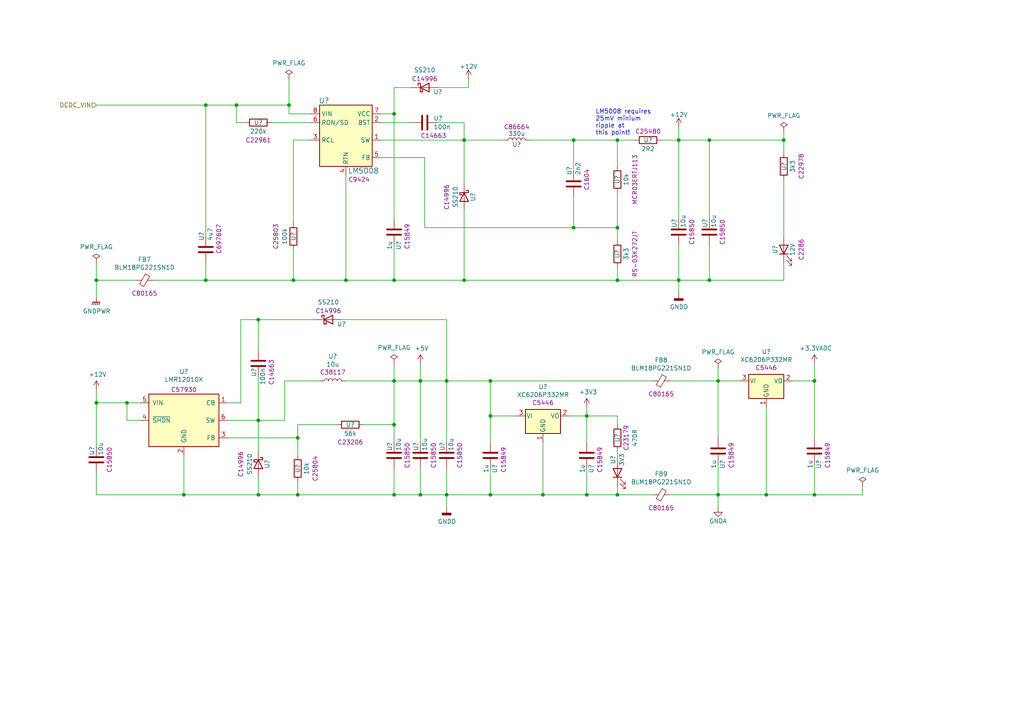
<source format=kicad_sch>
(kicad_sch (version 20211123) (generator eeschema)
  (paper "A4")
  (title_block (title "UNIMOC Hardware 4850") (date "2021-03-28") (rev "2") (company "Thunderdrive GmbH"))
  (lib_symbols
    (symbol "Device:C" (pin_numbers hide) (pin_names (offset 0.254))
      (property "Reference" "C" (at 0.635 2.54 0))
      (property "Value" "C" (at 0.635 -2.54 0))
      (symbol "C_0_1"
        (polyline (pts (xy -2.032 -0.762) (xy 2.032 -0.762)) (stroke (width 0.508)))
        (polyline (pts (xy -2.032 0.762) (xy 2.032 0.762)) (stroke (width 0.508)))
      )
      (symbol "C_1_1"
        (pin passive line (at 0 3.81 270) (length 2.794) (name "~") (number "1"))
        (pin passive line (at 0 -3.81 90) (length 2.794) (name "~") (number "2"))
      )
    )
    (symbol "Device:D_Schottky" (pin_numbers hide) (pin_names (offset 1.016) hide)
      (property "Reference" "D" (at 0 2.54 0))
      (property "Value" "D_Schottky" (at 0 -2.54 0))
      (symbol "D_Schottky_0_1"
        (polyline (pts (xy 1.27 0) (xy -1.27 0)))
        (polyline (pts (xy 1.27 1.27) (xy 1.27 -1.27) (xy -1.27 0) (xy 1.27 1.27)) (stroke (width 0.254)))
        (polyline (pts (xy -1.905 0.635) (xy -1.905 1.27) (xy -1.27 1.27) (xy -1.27 -1.27) (xy -0.635 -1.27) (xy -0.635 -0.635)) (stroke (width 0.254)))
      )
      (symbol "D_Schottky_1_1"
        (pin passive line (at -3.81 0 0) (length 2.54) (name "K") (number "1"))
        (pin passive line (at 3.81 0 180) (length 2.54) (name "A") (number "2"))
      )
    )
    (symbol "Device:FerriteBead_Small" (pin_numbers hide) (pin_names (offset 0))
      (property "Reference" "FB" (at 1.905 1.27 0))
      (property "Value" "FerriteBead_Small" (at 1.905 -1.27 0))
      (symbol "FerriteBead_Small_0_1"
        (polyline (pts (xy 0 -1.27) (xy 0 -0.7874)))
        (polyline (pts (xy 0 0.889) (xy 0 1.2954)))
        (polyline (pts (xy -1.8288 0.2794) (xy -1.1176 1.4986) (xy 1.8288 -0.2032) (xy 1.1176 -1.4224) (xy -1.8288 0.2794)))
      )
      (symbol "FerriteBead_Small_1_1"
        (pin passive line (at 0 2.54 270) (length 1.27) (name "~") (number "1"))
        (pin passive line (at 0 -2.54 90) (length 1.27) (name "~") (number "2"))
      )
    )
    (symbol "Device:L" (pin_numbers hide) (pin_names (offset 1.016) hide)
      (property "Reference" "L" (at -1.27 0 90))
      (property "Value" "L" (at 1.905 0 90))
      (symbol "L_0_1"
        (arc (start 0 -2.54) (mid 0.635 -1.905) (end 0 -1.27))
        (arc (start 0 -1.27) (mid 0.635 -0.635) (end 0 0))
        (arc (start 0 0) (mid 0.635 0.635) (end 0 1.27))
        (arc (start 0 1.27) (mid 0.635 1.905) (end 0 2.54))
      )
      (symbol "L_1_1"
        (pin passive line (at 0 3.81 270) (length 1.27) (name "1") (number "1"))
        (pin passive line (at 0 -3.81 90) (length 1.27) (name "2") (number "2"))
      )
    )
    (symbol "Device:LED" (pin_numbers hide) (pin_names (offset 1.016) hide)
      (property "Reference" "D" (at 0 2.54 0))
      (property "Value" "LED" (at 0 -2.54 0))
      (symbol "LED_0_1"
        (polyline (pts (xy -1.27 -1.27) (xy -1.27 1.27)) (stroke (width 0.254)))
        (polyline (pts (xy -1.27 0) (xy 1.27 0)))
        (polyline (pts (xy 1.27 -1.27) (xy 1.27 1.27) (xy -1.27 0) (xy 1.27 -1.27)) (stroke (width 0.254)))
        (polyline (pts (xy -3.048 -0.762) (xy -4.572 -2.286) (xy -3.81 -2.286) (xy -4.572 -2.286) (xy -4.572 -1.524)))
        (polyline (pts (xy -1.778 -0.762) (xy -3.302 -2.286) (xy -2.54 -2.286) (xy -3.302 -2.286) (xy -3.302 -1.524)))
      )
      (symbol "LED_1_1"
        (pin passive line (at -3.81 0 0) (length 2.54) (name "K") (number "1"))
        (pin passive line (at 3.81 0 180) (length 2.54) (name "A") (number "2"))
      )
    )
    (symbol "Device:R" (pin_numbers hide) (pin_names (offset 0))
      (property "Reference" "R" (at 2.032 0 90))
      (property "Value" "R" (at 0 0 90))
      (symbol "R_0_1"
        (rectangle (start -1.016 -2.54) (end 1.016 2.54) (stroke (width 0.254)))
      )
      (symbol "R_1_1"
        (pin passive line (at 0 3.81 270) (length 1.27) (name "~") (number "1"))
        (pin passive line (at 0 -3.81 90) (length 1.27) (name "~") (number "2"))
      )
    )
    (symbol "Regulator_Linear:MCP1700-3302E_SOT23" (pin_names (offset 0.254))
      (property "Reference" "U" (at -3.81 3.175 0))
      (property "Value" "MCP1700-3302E_SOT23" (at 0 3.175 0))
      (symbol "MCP1700-3302E_SOT23_0_1"
        (rectangle (start -5.08 1.905) (end 5.08 -5.08) (stroke (width 0.254)) (fill (type background)))
      )
      (symbol "MCP1700-3302E_SOT23_1_1"
        (pin power_in line (at 0 -7.62 90) (length 2.54) (name "GND") (number "1"))
        (pin power_out line (at 7.62 0 180) (length 2.54) (name "VO") (number "2"))
        (pin power_in line (at -7.62 0 0) (length 2.54) (name "VI") (number "3"))
      )
    )
    (symbol "Regulator_Switching:LM5008MM"
      (property "Reference" "U" (at -7.62 8.89 0))
      (property "Value" "LM5008MM" (at 0 8.89 0))
      (symbol "LM5008MM_0_1"
        (rectangle (start -7.62 7.62) (end 7.62 -10.16) (stroke (width 0.254)) (fill (type background)))
      )
      (symbol "LM5008MM_1_1"
        (pin output line (at 10.16 -2.54 180) (length 2.54) (name "SW") (number "1"))
        (pin input line (at 10.16 2.54 180) (length 2.54) (name "BST") (number "2"))
        (pin input line (at -10.16 -2.54 0) (length 2.54) (name "RCL") (number "3"))
        (pin power_in line (at 0 -12.7 90) (length 2.54) (name "RTN") (number "4"))
        (pin input line (at 10.16 -7.62 180) (length 2.54) (name "FB") (number "5"))
        (pin input line (at -10.16 2.54 0) (length 2.54) (name "RON/SD") (number "6"))
        (pin output line (at 10.16 5.08 180) (length 2.54) (name "VCC") (number "7"))
        (pin power_in line (at -10.16 5.08 0) (length 2.54) (name "VIN") (number "8"))
      )
    )
    (symbol "Regulator_Switching:LMR14206" (pin_names (offset 1.016))
      (property "Reference" "U" (at -10.16 11.43 0))
      (property "Value" "LMR14206" (at -10.16 8.89 0))
      (symbol "LMR14206_0_1"
        (rectangle (start -10.16 7.62) (end 10.16 -7.62) (stroke (width 0.254)) (fill (type background)))
      )
      (symbol "LMR14206_1_1"
        (pin input line (at 12.7 5.08 180) (length 2.54) (name "CB") (number "1"))
        (pin power_in line (at 0 -10.16 90) (length 2.54) (name "GND") (number "2"))
        (pin input line (at 12.7 -5.08 180) (length 2.54) (name "FB") (number "3"))
        (pin input line (at -12.7 0 0) (length 2.54) (name "~{SHDN}") (number "4"))
        (pin power_in line (at -12.7 5.08 0) (length 2.54) (name "VIN") (number "5"))
        (pin output line (at 12.7 0 180) (length 2.54) (name "SW") (number "6"))
      )
    )
    (symbol "power:+12V" (power) (pin_names (offset 0))
      (property "Value" "+12V" (at 0 3.556 0))
      (symbol "+12V_0_1"
        (polyline (pts (xy -0.762 1.27) (xy 0 2.54)))
        (polyline (pts (xy 0 0) (xy 0 2.54)))
        (polyline (pts (xy 0 2.54) (xy 0.762 1.27)))
      )
      (symbol "+12V_1_1"
        (pin power_in line (at 0 0 90) (length 0) hide (name "+12V") (number "1"))
      )
    )
    (symbol "power:+3.3VADC" (power) (pin_names (offset 0))
      (property "Value" "+3.3VADC" (at 0 2.54 0))
      (symbol "+3.3VADC_0_0"
        (pin power_in line (at 0 0 90) (length 0) hide (name "+3.3VADC") (number "1"))
      )
      (symbol "+3.3VADC_0_1"
        (polyline (pts (xy -0.762 1.27) (xy 0 2.54)))
        (polyline (pts (xy 0 0) (xy 0 2.54)))
        (polyline (pts (xy 0 2.54) (xy 0.762 1.27)))
      )
    )
    (symbol "power:+3V3" (power) (pin_names (offset 0))
      (property "Value" "+3V3" (at 0 3.556 0))
      (symbol "+3V3_0_1"
        (polyline (pts (xy -0.762 1.27) (xy 0 2.54)))
        (polyline (pts (xy 0 0) (xy 0 2.54)))
        (polyline (pts (xy 0 2.54) (xy 0.762 1.27)))
      )
      (symbol "+3V3_1_1"
        (pin power_in line (at 0 0 90) (length 0) hide (name "+3V3") (number "1"))
      )
    )
    (symbol "power:+5V" (power) (pin_names (offset 0))
      (property "Value" "+5V" (at 0 3.556 0))
      (symbol "+5V_0_1"
        (polyline (pts (xy -0.762 1.27) (xy 0 2.54)))
        (polyline (pts (xy 0 0) (xy 0 2.54)))
        (polyline (pts (xy 0 2.54) (xy 0.762 1.27)))
      )
      (symbol "+5V_1_1"
        (pin power_in line (at 0 0 90) (length 0) hide (name "+5V") (number "1"))
      )
    )
    (symbol "power:GNDA" (power) (pin_names (offset 0))
      (property "Value" "GNDA" (at 0 -3.81 0))
      (symbol "GNDA_0_1"
        (polyline (pts (xy 0 0) (xy 0 -1.27) (xy 1.27 -1.27) (xy 0 -2.54) (xy -1.27 -1.27) (xy 0 -1.27)))
      )
      (symbol "GNDA_1_1"
        (pin power_in line (at 0 0 270) (length 0) hide (name "GNDA") (number "1"))
      )
    )
    (symbol "power:GNDD" (power) (pin_names (offset 0))
      (property "Value" "GNDD" (at 0 -3.175 0))
      (symbol "GNDD_0_1"
        (rectangle (start -1.27 -1.524) (end 1.27 -2.032) (stroke (width 0.254)) (fill (type outline)))
        (polyline (pts (xy 0 0) (xy 0 -1.524)))
      )
      (symbol "GNDD_1_1"
        (pin power_in line (at 0 0 270) (length 0) hide (name "GNDD") (number "1"))
      )
    )
    (symbol "power:GNDPWR" (power) (pin_names (offset 0))
      (property "Value" "GNDPWR" (at 0 -3.302 0))
      (symbol "GNDPWR_0_1"
        (polyline (pts (xy 0 -1.27) (xy 0 0)))
        (polyline (pts (xy -1.016 -1.27) (xy -1.27 -2.032) (xy -1.27 -2.032)) (stroke (width 0.2032)))
        (polyline (pts (xy -0.508 -1.27) (xy -0.762 -2.032) (xy -0.762 -2.032)) (stroke (width 0.2032)))
        (polyline (pts (xy 0 -1.27) (xy -0.254 -2.032) (xy -0.254 -2.032)) (stroke (width 0.2032)))
        (polyline (pts (xy 0.508 -1.27) (xy 0.254 -2.032) (xy 0.254 -2.032)) (stroke (width 0.2032)))
        (polyline (pts (xy 1.016 -1.27) (xy -1.016 -1.27) (xy -1.016 -1.27)) (stroke (width 0.2032)))
        (polyline (pts (xy 1.016 -1.27) (xy 0.762 -2.032) (xy 0.762 -2.032) (xy 0.762 -2.032)) (stroke (width 0.2032)))
      )
      (symbol "GNDPWR_1_1"
        (pin power_in line (at 0 0 270) (length 0) hide (name "GNDPWR") (number "1"))
      )
    )
    (symbol "power:PWR_FLAG" (power) (pin_numbers hide) (pin_names (offset 0) hide)
      (property "Value" "PWR_FLAG" (at 0 3.81 0))
      (symbol "PWR_FLAG_0_0"
        (pin power_out line (at 0 0 90) (length 0) (name "pwr") (number "1"))
      )
      (symbol "PWR_FLAG_0_1"
        (polyline (pts (xy 0 0) (xy 0 1.27) (xy -1.016 1.905) (xy 0 2.54) (xy 1.016 1.905) (xy 0 1.27)))
      )
    )
  )
  (junction (at 36.83 116.84))
  (junction (at 166.37 66.04))
  (junction (at 205.74 81.28))
  (junction (at 85.09 81.28))
  (junction (at 170.18 120.65))
  (junction (at 179.07 143.51))
  (junction (at 166.37 40.64))
  (junction (at 142.24 120.65))
  (junction (at 129.54 110.49))
  (junction (at 121.92 143.51))
  (junction (at 53.34 143.51))
  (junction (at 142.24 143.51))
  (junction (at 196.85 40.64))
  (junction (at 129.54 143.51))
  (junction (at 179.07 81.28))
  (junction (at 179.07 40.64))
  (junction (at 142.24 110.49))
  (junction (at 68.58 30.48))
  (junction (at 170.18 143.51))
  (junction (at 114.3 123.19))
  (junction (at 59.69 81.28))
  (junction (at 227.33 40.64))
  (junction (at 114.3 81.28))
  (junction (at 134.62 81.28))
  (junction (at 74.93 92.71))
  (junction (at 74.93 121.92))
  (junction (at 27.94 116.84))
  (junction (at 222.25 143.51))
  (junction (at 179.07 66.04))
  (junction (at 74.93 143.51))
  (junction (at 86.36 127))
  (junction (at 83.82 30.48))
  (junction (at 114.3 110.49))
  (junction (at 236.22 143.51))
  (junction (at 196.85 81.28))
  (junction (at 208.28 110.49))
  (junction (at 121.92 110.49))
  (junction (at 114.3 33.02))
  (junction (at 114.3 143.51))
  (junction (at 86.36 143.51))
  (junction (at 59.69 30.48))
  (junction (at 236.22 110.49))
  (junction (at 205.74 40.64))
  (junction (at 27.94 81.28))
  (junction (at 134.62 40.64))
  (junction (at 100.33 81.28))
  (junction (at 157.48 143.51))
  (junction (at 208.28 143.51))
  (wire (pts (xy 208.28 143.51) (xy 208.28 147.32)))
  (wire (pts (xy 119.38 25.4) (xy 114.3 25.4)))
  (wire (pts (xy 121.92 135.89) (xy 121.92 143.51)))
  (wire (pts (xy 86.36 127) (xy 86.36 132.08)))
  (wire (pts (xy 66.04 116.84) (xy 69.85 116.84)))
  (wire (pts (xy 208.28 143.51) (xy 222.25 143.51)))
  (wire (pts (xy 236.22 134.62) (xy 236.22 143.51)))
  (wire (pts (xy 123.19 66.04) (xy 123.19 45.72)))
  (wire (pts (xy 114.3 71.12) (xy 114.3 81.28)))
  (wire (pts (xy 179.07 143.51) (xy 189.23 143.51)))
  (wire (pts (xy 27.94 76.2) (xy 27.94 81.28)))
  (wire (pts (xy 53.34 143.51) (xy 74.93 143.51)))
  (wire (pts (xy 227.33 81.28) (xy 227.33 76.2)))
  (wire (pts (xy 129.54 92.71) (xy 129.54 110.49)))
  (wire (pts (xy 110.49 35.56) (xy 119.38 35.56)))
  (wire (pts (xy 92.71 110.49) (xy 82.55 110.49)))
  (wire (pts (xy 170.18 135.89) (xy 170.18 143.51)))
  (wire (pts (xy 134.62 35.56) (xy 134.62 40.64)))
  (wire (pts (xy 142.24 110.49) (xy 189.23 110.49)))
  (wire (pts (xy 121.92 110.49) (xy 129.54 110.49)))
  (wire (pts (xy 36.83 121.92) (xy 36.83 116.84)))
  (wire (pts (xy 179.07 81.28) (xy 179.07 77.47)))
  (wire (pts (xy 121.92 110.49) (xy 121.92 128.27)))
  (wire (pts (xy 227.33 40.64) (xy 227.33 44.45)))
  (wire (pts (xy 208.28 134.62) (xy 208.28 143.51)))
  (wire (pts (xy 86.36 123.19) (xy 97.79 123.19)))
  (wire (pts (xy 91.44 92.71) (xy 74.93 92.71)))
  (wire (pts (xy 86.36 127) (xy 86.36 123.19)))
  (wire (pts (xy 40.64 121.92) (xy 36.83 121.92)))
  (wire (pts (xy 191.77 40.64) (xy 196.85 40.64)))
  (wire (pts (xy 99.06 92.71) (xy 129.54 92.71)))
  (wire (pts (xy 170.18 118.11) (xy 170.18 120.65)))
  (wire (pts (xy 179.07 66.04) (xy 179.07 69.85)))
  (wire (pts (xy 196.85 71.12) (xy 196.85 81.28)))
  (wire (pts (xy 66.04 121.92) (xy 74.93 121.92)))
  (wire (pts (xy 205.74 40.64) (xy 227.33 40.64)))
  (wire (pts (xy 196.85 81.28) (xy 196.85 85.09)))
  (wire (pts (xy 142.24 120.65) (xy 142.24 110.49)))
  (wire (pts (xy 129.54 143.51) (xy 142.24 143.51)))
  (wire (pts (xy 208.28 106.68) (xy 208.28 110.49)))
  (wire (pts (xy 250.19 143.51) (xy 250.19 140.97)))
  (wire (pts (xy 222.25 118.11) (xy 222.25 143.51)))
  (wire (pts (xy 105.41 123.19) (xy 114.3 123.19)))
  (wire (pts (xy 121.92 143.51) (xy 129.54 143.51)))
  (wire (pts (xy 166.37 49.53) (xy 166.37 40.64)))
  (wire (pts (xy 44.45 81.28) (xy 59.69 81.28)))
  (wire (pts (xy 85.09 81.28) (xy 85.09 72.39)))
  (wire (pts (xy 129.54 110.49) (xy 142.24 110.49)))
  (wire (pts (xy 194.31 110.49) (xy 208.28 110.49)))
  (wire (pts (xy 78.74 35.56) (xy 90.17 35.56)))
  (wire (pts (xy 205.74 81.28) (xy 227.33 81.28)))
  (wire (pts (xy 59.69 81.28) (xy 85.09 81.28)))
  (wire (pts (xy 85.09 81.28) (xy 100.33 81.28)))
  (wire (pts (xy 165.1 120.65) (xy 170.18 120.65)))
  (wire (pts (xy 135.89 25.4) (xy 135.89 22.86)))
  (wire (pts (xy 85.09 40.64) (xy 90.17 40.64)))
  (wire (pts (xy 134.62 81.28) (xy 134.62 60.96)))
  (wire (pts (xy 179.07 40.64) (xy 179.07 48.26)))
  (wire (pts (xy 205.74 63.5) (xy 205.74 40.64)))
  (wire (pts (xy 83.82 30.48) (xy 83.82 33.02)))
  (wire (pts (xy 68.58 30.48) (xy 83.82 30.48)))
  (wire (pts (xy 129.54 143.51) (xy 129.54 147.32)))
  (wire (pts (xy 74.93 121.92) (xy 74.93 130.81)))
  (wire (pts (xy 82.55 110.49) (xy 82.55 121.92)))
  (wire (pts (xy 170.18 120.65) (xy 179.07 120.65)))
  (wire (pts (xy 227.33 52.07) (xy 227.33 68.58)))
  (wire (pts (xy 114.3 110.49) (xy 121.92 110.49)))
  (wire (pts (xy 86.36 139.7) (xy 86.36 143.51)))
  (wire (pts (xy 142.24 143.51) (xy 157.48 143.51)))
  (wire (pts (xy 27.94 113.03) (xy 27.94 116.84)))
  (wire (pts (xy 59.69 30.48) (xy 68.58 30.48)))
  (wire (pts (xy 110.49 45.72) (xy 123.19 45.72)))
  (wire (pts (xy 121.92 105.41) (xy 121.92 110.49)))
  (wire (pts (xy 114.3 33.02) (xy 110.49 33.02)))
  (wire (pts (xy 40.64 116.84) (xy 36.83 116.84)))
  (wire (pts (xy 100.33 110.49) (xy 114.3 110.49)))
  (wire (pts (xy 39.37 81.28) (xy 27.94 81.28)))
  (wire (pts (xy 157.48 143.51) (xy 170.18 143.51)))
  (wire (pts (xy 208.28 127) (xy 208.28 110.49)))
  (wire (pts (xy 74.93 109.22) (xy 74.93 121.92)))
  (wire (pts (xy 194.31 143.51) (xy 208.28 143.51)))
  (wire (pts (xy 114.3 25.4) (xy 114.3 33.02)))
  (wire (pts (xy 83.82 22.86) (xy 83.82 30.48)))
  (wire (pts (xy 129.54 110.49) (xy 129.54 128.27)))
  (wire (pts (xy 179.07 81.28) (xy 196.85 81.28)))
  (wire (pts (xy 114.3 110.49) (xy 114.3 123.19)))
  (wire (pts (xy 208.28 110.49) (xy 214.63 110.49)))
  (wire (pts (xy 59.69 76.2) (xy 59.69 81.28)))
  (wire (pts (xy 127 35.56) (xy 134.62 35.56)))
  (wire (pts (xy 222.25 143.51) (xy 236.22 143.51)))
  (wire (pts (xy 114.3 105.41) (xy 114.3 110.49)))
  (wire (pts (xy 179.07 120.65) (xy 179.07 123.19)))
  (wire (pts (xy 114.3 123.19) (xy 114.3 128.27)))
  (wire (pts (xy 27.94 116.84) (xy 27.94 129.54)))
  (wire (pts (xy 149.86 120.65) (xy 142.24 120.65)))
  (wire (pts (xy 69.85 92.71) (xy 74.93 92.71)))
  (wire (pts (xy 196.85 40.64) (xy 205.74 40.64)))
  (wire (pts (xy 157.48 128.27) (xy 157.48 143.51)))
  (wire (pts (xy 114.3 135.89) (xy 114.3 143.51)))
  (wire (pts (xy 100.33 50.8) (xy 100.33 81.28)))
  (wire (pts (xy 179.07 55.88) (xy 179.07 66.04)))
  (wire (pts (xy 142.24 128.27) (xy 142.24 120.65)))
  (wire (pts (xy 205.74 71.12) (xy 205.74 81.28)))
  (wire (pts (xy 196.85 40.64) (xy 196.85 63.5)))
  (wire (pts (xy 227.33 38.1) (xy 227.33 40.64)))
  (wire (pts (xy 114.3 81.28) (xy 134.62 81.28)))
  (wire (pts (xy 74.93 92.71) (xy 74.93 101.6)))
  (wire (pts (xy 134.62 40.64) (xy 146.05 40.64)))
  (wire (pts (xy 127 25.4) (xy 135.89 25.4)))
  (wire (pts (xy 236.22 105.41) (xy 236.22 110.49)))
  (wire (pts (xy 27.94 81.28) (xy 27.94 86.36)))
  (wire (pts (xy 82.55 121.92) (xy 74.93 121.92)))
  (wire (pts (xy 59.69 30.48) (xy 27.94 30.48)))
  (wire (pts (xy 179.07 140.97) (xy 179.07 143.51)))
  (wire (pts (xy 134.62 40.64) (xy 134.62 53.34)))
  (wire (pts (xy 86.36 143.51) (xy 114.3 143.51)))
  (wire (pts (xy 59.69 68.58) (xy 59.69 30.48)))
  (wire (pts (xy 83.82 33.02) (xy 90.17 33.02)))
  (wire (pts (xy 100.33 81.28) (xy 114.3 81.28)))
  (wire (pts (xy 66.04 127) (xy 86.36 127)))
  (wire (pts (xy 85.09 64.77) (xy 85.09 40.64)))
  (wire (pts (xy 114.3 33.02) (xy 114.3 63.5)))
  (wire (pts (xy 166.37 57.15) (xy 166.37 66.04)))
  (wire (pts (xy 74.93 138.43) (xy 74.93 143.51)))
  (wire (pts (xy 36.83 116.84) (xy 27.94 116.84)))
  (wire (pts (xy 166.37 40.64) (xy 179.07 40.64)))
  (wire (pts (xy 236.22 110.49) (xy 236.22 127)))
  (wire (pts (xy 74.93 143.51) (xy 86.36 143.51)))
  (wire (pts (xy 129.54 135.89) (xy 129.54 143.51)))
  (wire (pts (xy 179.07 40.64) (xy 184.15 40.64)))
  (wire (pts (xy 196.85 81.28) (xy 205.74 81.28)))
  (wire (pts (xy 123.19 66.04) (xy 166.37 66.04)))
  (wire (pts (xy 134.62 81.28) (xy 179.07 81.28)))
  (wire (pts (xy 236.22 143.51) (xy 250.19 143.51)))
  (wire (pts (xy 71.12 35.56) (xy 68.58 35.56)))
  (wire (pts (xy 170.18 143.51) (xy 179.07 143.51)))
  (wire (pts (xy 110.49 40.64) (xy 134.62 40.64)))
  (wire (pts (xy 114.3 143.51) (xy 121.92 143.51)))
  (wire (pts (xy 170.18 120.65) (xy 170.18 128.27)))
  (wire (pts (xy 53.34 132.08) (xy 53.34 143.51)))
  (wire (pts (xy 142.24 135.89) (xy 142.24 143.51)))
  (wire (pts (xy 68.58 35.56) (xy 68.58 30.48)))
  (wire (pts (xy 27.94 143.51) (xy 53.34 143.51)))
  (wire (pts (xy 166.37 66.04) (xy 179.07 66.04)))
  (wire (pts (xy 179.07 130.81) (xy 179.07 133.35)))
  (wire (pts (xy 69.85 116.84) (xy 69.85 92.71)))
  (wire (pts (xy 153.67 40.64) (xy 166.37 40.64)))
  (wire (pts (xy 196.85 36.83) (xy 196.85 40.64)))
  (wire (pts (xy 27.94 137.16) (xy 27.94 143.51)))
  (wire (pts (xy 229.87 110.49) (xy 236.22 110.49)))
  (text "LM5008 requires \n25mV minium \nripple at \nthis point!" (at 172.72 39.37 0) (effects (font (size 1.27 1.27)) (justify left bottom)))
  (hierarchical_label "DCDC_VIN" (shape input) (at 27.94 30.48 180))
  (symbol (lib_id "power:GNDA") (at 208.28 147.32 0) (unit 1)
    (property "Reference" "#PWR050" (effects hide))
    (property "Value" "GNDA" (at 208.28 151.13 0))
  )
  (symbol (lib_id "power:PWR_FLAG") (at 114.3 105.41 0) (unit 1)
    (property "Value" "PWR_FLAG" (at 114.3 100.838 0))
  )
  (symbol (lib_id "power:PWR_FLAG") (at 250.19 140.97 0) (unit 1)
    (property "Value" "PWR_FLAG" (at 250.19 136.398 0))
  )
  (symbol (lib_id "Device:R") (at 179.07 127 180) (unit 1)
    (property "Value" "470R" (at 184.15 127 90))
    (property "Footprint" "Resistor_SMD:R_0603_1608Metric" (effects hide))
    (property "LCSC#" "C23179" (at 181.61 127 90))
  )
  (symbol (lib_id "Device:LED") (at 179.07 137.16 90) (unit 1)
    (property "Value" "3V3" (at 180.34 133.35 0))
    (property "Footprint" "LED_SMD:LED_0603_1608Metric" (effects hide))
    (property "LCSC#" "C2286" (effects hide))
  )
  (symbol (lib_id "power:GNDD") (at 129.54 147.32 0) (unit 1)
    (property "Reference" "#PWR049" (effects hide))
    (property "Value" "GNDD" (at 129.6416 151.257 0))
  )
  (symbol (lib_id "Regulator_Switching:LMR14206") (at 53.34 121.92 0) (unit 1)
    (property "Value" "LMR12010X" (at 53.34 110.0836 0))
    (property "Footprint" "Package_TO_SOT_SMD:SOT-23-6" (effects hide))
    (property "Datasheet" "http://www.ti.com/lit/ds/symlink/lmr12010.pdf" (effects hide))
    (property "LCSC#" "C57930" (at 53.34 113.03 0))
  )
  (symbol (lib_id "Device:C") (at 74.93 105.41 180) (unit 1)
    (property "Value" "100n" (at 76.2 106.68 90) (effects (justify left)))
    (property "Footprint" "Capacitor_SMD:C_0603_1608Metric" (effects hide))
    (property "LCSC#" "C14663" (at 78.74 107.95 90))
  )
  (symbol (lib_id "Device:L") (at 96.52 110.49 90) (unit 1)
    (property "Value" "10u" (at 96.52 105.664 90))
    (property "Footprint" "Inductor_SMD:L_Taiyo-Yuden_NR-40xx" (effects hide))
    (property "LCSC#" "C38117" (at 96.52 107.9754 90))
  )
  (symbol (lib_id "Device:D_Schottky") (at 95.25 92.71 0) (unit 1)
    (property "Value" "SS210" (at 95.25 87.63 0))
    (property "Footprint" "Diode_SMD:D_SMA" (effects hide))
    (property "LCSC#" "C14996" (at 95.25 90.17 0))
  )
  (symbol (lib_id "Device:R") (at 86.36 135.89 180) (unit 1)
    (property "Value" "10k" (at 88.9 135.89 90))
    (property "Footprint" "Resistor_SMD:R_0603_1608Metric" (effects hide))
    (property "LCSC#" "C25804" (at 91.44 135.89 90))
  )
  (symbol (lib_id "Device:R") (at 101.6 123.19 90) (unit 1)
    (property "Value" "56k" (at 101.6 125.73 90))
    (property "Footprint" "Resistor_SMD:R_0603_1608Metric" (effects hide))
    (property "LCSC#" "C23206" (at 101.6 128.27 90))
  )
  (symbol (lib_id "Device:FerriteBead_Small") (at 191.77 110.49 270) (unit 1)
    (property "Reference" "FB8" (at 191.77 104.4702 90))
    (property "Value" "BLM18PG221SN1D" (at 191.77 106.7816 90))
    (property "Footprint" "Resistor_SMD:R_0603_1608Metric" (effects hide))
    (property "LCSC#" "C80165" (at 191.77 114.3 90))
  )
  (symbol (lib_id "Device:FerriteBead_Small") (at 191.77 143.51 270) (unit 1)
    (property "Reference" "FB9" (at 191.77 137.4902 90))
    (property "Value" "BLM18PG221SN1D" (at 191.77 139.8016 90))
    (property "Footprint" "Resistor_SMD:R_0603_1608Metric" (effects hide))
    (property "LCSC#" "C80165" (at 191.77 147.32 90))
  )
  (symbol (lib_id "power:+12V") (at 27.94 113.03 0) (unit 1)
    (property "Reference" "#PWR047" (effects hide))
    (property "Value" "+12V" (at 28.321 108.6358 0))
  )
  (symbol (lib_id "Device:C") (at 123.19 35.56 270) (unit 1)
    (property "Value" "100n" (at 125.73 36.83 90) (effects (justify left)))
    (property "Footprint" "Capacitor_SMD:C_0603_1608Metric" (effects hide))
    (property "LCSC#" "C14663" (at 125.73 39.37 90))
  )
  (symbol (lib_id "Device:C") (at 114.3 67.31 180) (unit 1)
    (property "Value" "1u" (at 113.03 69.85 90) (effects (justify left)))
    (property "Footprint" "Capacitor_SMD:C_0603_1608Metric" (effects hide))
    (property "LCSC#" "C15849" (at 118.11 68.58 90))
  )
  (symbol (lib_id "Regulator_Switching:LM5008MM") (at 100.33 38.1 0) (unit 1)
    (property "Value" "LM5008" (at 105.41 49.53 0) (effects (font (size 1.524 1.524))))
    (property "Footprint" "Package_SO:MSOP-8_3x3mm_P0.65mm" (effects hide))
    (property "LCSC#" "C9424" (at 104.14 52.07 0))
  )
  (symbol (lib_id "Device:R") (at 74.93 35.56 270) (unit 1)
    (property "Value" "220k" (at 74.93 38.1 90))
    (property "Footprint" "Resistor_SMD:R_0603_1608Metric" (effects hide))
    (property "LCSC#" "C22961" (at 74.93 40.64 90))
  )
  (symbol (lib_id "Device:R") (at 179.07 73.66 180) (unit 1)
    (property "Value" "3k3" (at 181.61 73.66 90))
    (property "Footprint" "Resistor_SMD:R_0603_1608Metric" (effects hide))
    (property "Part#" "RS-03K272JT" (at 184.15 73.66 90))
    (property "LCSC#" "C22978" (effects hide))
  )
  (symbol (lib_id "Device:D_Schottky") (at 134.62 57.15 270) (unit 1)
    (property "Value" "SS210" (at 132.08 57.15 0))
    (property "Footprint" "Diode_SMD:D_SMA" (effects hide))
    (property "LCSC#" "C14996" (at 129.54 57.15 0))
  )
  (symbol (lib_id "Device:C") (at 166.37 53.34 0) (unit 1)
    (property "Value" "2n2" (at 167.64 50.8 90) (effects (justify left)))
    (property "Footprint" "Capacitor_SMD:C_0603_1608Metric" (effects hide))
    (property "LCSC#" "C1604" (at 170.18 52.07 90))
  )
  (symbol (lib_id "Device:R") (at 85.09 68.58 180) (unit 1)
    (property "Value" "100k" (at 82.55 68.58 90))
    (property "Footprint" "Resistor_SMD:R_0603_1608Metric" (effects hide))
    (property "LCSC#" "C25803" (at 80.01 68.58 90))
  )
  (symbol (lib_id "Device:LED") (at 227.33 72.39 90) (unit 1)
    (property "Value" "12V" (at 229.87 72.39 0))
    (property "Footprint" "LED_SMD:LED_0603_1608Metric" (effects hide))
    (property "LCSC#" "C2286" (at 232.41 72.39 0))
  )
  (symbol (lib_id "power:+12V") (at 196.85 36.83 0) (unit 1)
    (property "Value" "+12V" (at 196.85 33.274 0))
  )
  (symbol (lib_id "power:PWR_FLAG") (at 227.33 38.1 0) (unit 1)
    (property "Value" "PWR_FLAG" (at 227.33 33.528 0))
  )
  (symbol (lib_id "Device:L") (at 149.86 40.64 90) (unit 1)
    (property "Value" "330u" (at 149.86 38.735 90))
    (property "Footprint" "Inductor_SMD:L_Taiyo-Yuden_NR-80xx" (effects hide))
    (property "LCSC#" "C86664" (at 149.86 36.83 90))
  )
  (symbol (lib_id "Device:R") (at 179.07 52.07 180) (unit 1)
    (property "Value" "10k" (at 181.61 52.07 90))
    (property "Footprint" "Resistor_SMD:R_0603_1608Metric" (effects hide))
    (property "Part#" "MCR03ERTJ113" (at 184.15 52.07 90))
    (property "LCSC#" "C25804" (effects hide))
  )
  (symbol (lib_id "Device:C") (at 196.85 67.31 0) (unit 1)
    (property "Value" "10u" (at 198.12 66.04 90) (effects (justify left)))
    (property "Footprint" "Capacitor_SMD:C_0805_2012Metric" (effects hide))
    (property "LCSC#" "C15850" (at 200.66 67.31 90))
  )
  (symbol (lib_id "Device:R") (at 227.33 48.26 0) (unit 1)
    (property "Value" "3k3" (at 229.87 48.26 90))
    (property "Footprint" "Resistor_SMD:R_0603_1608Metric" (effects hide))
    (property "LCSC#" "C22978" (at 232.41 48.26 90))
  )
  (symbol (lib_id "Device:R") (at 187.96 40.64 270) (unit 1)
    (property "Value" "2R2" (at 187.96 43.18 90))
    (property "Footprint" "Resistor_SMD:R_2512_6332Metric" (effects hide))
    (property "LCSC#" "C25480" (at 187.96 38.1 90))
  )
  (symbol (lib_id "power:GNDD") (at 196.85 85.09 0) (unit 1)
    (property "Reference" "#PWR043" (effects hide))
    (property "Value" "GNDD" (at 196.9516 89.027 0))
  )
  (symbol (lib_id "Device:D_Schottky") (at 74.93 134.62 270) (unit 1)
    (property "Value" "SS210" (at 72.39 134.62 0))
    (property "Footprint" "Diode_SMD:D_SMA" (effects hide))
    (property "LCSC#" "C14996" (at 69.85 134.62 0))
  )
  (symbol (lib_id "power:PWR_FLAG") (at 83.82 22.86 0) (unit 1)
    (property "Value" "PWR_FLAG" (at 83.82 18.288 0))
  )
  (symbol (lib_id "Device:D_Schottky") (at 123.19 25.4 0) (unit 1)
    (property "Value" "SS210" (at 123.19 20.32 0))
    (property "Footprint" "Diode_SMD:D_SMA" (effects hide))
    (property "LCSC#" "C14996" (at 123.19 22.86 0))
  )
  (symbol (lib_id "power:+12V") (at 135.89 22.86 0) (unit 1)
    (property "Value" "+12V" (at 135.89 19.304 0))
  )
  (symbol (lib_id "Device:C") (at 59.69 72.39 0) (unit 1)
    (property "Value" "4u7" (at 60.96 69.85 90) (effects (justify left)))
    (property "Footprint" "Capacitor_SMD:C_1210_3225Metric" (effects hide))
    (property "LCSC#" "C697607" (at 63.5 73.66 90) (effects (justify left)))
  )
  (symbol (lib_id "Device:C") (at 205.74 67.31 0) (unit 1)
    (property "Value" "10u" (at 207.01 66.04 90) (effects (justify left)))
    (property "Footprint" "Capacitor_SMD:C_0805_2012Metric" (effects hide))
    (property "LCSC#" "C15850" (at 209.55 67.31 90))
  )
  (symbol (lib_id "Device:C") (at 27.94 133.35 0) (unit 1)
    (property "Value" "10u" (at 29.21 132.08 90) (effects (justify left)))
    (property "Footprint" "Capacitor_SMD:C_0805_2012Metric" (effects hide))
    (property "LCSC#" "C15850" (at 31.75 133.35 90))
  )
  (symbol (lib_id "Device:C") (at 114.3 132.08 0) (unit 1)
    (property "Value" "10u" (at 115.57 130.81 90) (effects (justify left)))
    (property "Footprint" "Capacitor_SMD:C_0805_2012Metric" (effects hide))
    (property "LCSC#" "C15850" (at 118.11 132.08 90))
  )
  (symbol (lib_id "Device:C") (at 121.92 132.08 0) (unit 1)
    (property "Value" "10u" (at 123.19 130.81 90) (effects (justify left)))
    (property "Footprint" "Capacitor_SMD:C_0805_2012Metric" (effects hide))
    (property "LCSC#" "C15850" (at 125.73 132.08 90))
  )
  (symbol (lib_id "Device:C") (at 129.54 132.08 0) (unit 1)
    (property "Value" "10u" (at 130.81 130.81 90) (effects (justify left)))
    (property "Footprint" "Capacitor_SMD:C_0805_2012Metric" (effects hide))
    (property "LCSC#" "C15850" (at 133.35 132.08 90))
  )
  (symbol (lib_id "power:+5V") (at 121.92 105.41 0) (unit 1)
    (property "Reference" "#PWR045" (effects hide))
    (property "Value" "+5V" (at 122.301 101.0158 0))
  )
  (symbol (lib_id "Regulator_Linear:MCP1700-3302E_SOT23") (at 222.25 110.49 0) (unit 1)
    (property "Value" "XC6206P332MR" (at 222.25 104.3432 0))
    (property "Footprint" "Package_TO_SOT_SMD:SOT-23" (effects hide))
    (property "Datasheet" "http://ww1.microchip.com/downloads/en/DeviceDoc/20001826D.pdf" (effects hide))
    (property "LCSC#" "C5446" (at 222.25 106.6546 0))
  )
  (symbol (lib_id "Device:C") (at 208.28 130.81 180) (unit 1)
    (property "Value" "1u" (at 207.01 133.35 90) (effects (justify left)))
    (property "Footprint" "Capacitor_SMD:C_0603_1608Metric" (effects hide))
    (property "LCSC#" "C15849" (at 212.09 132.08 90))
  )
  (symbol (lib_id "Device:C") (at 236.22 130.81 180) (unit 1)
    (property "Value" "1u" (at 234.95 133.35 90) (effects (justify left)))
    (property "Footprint" "Capacitor_SMD:C_0603_1608Metric" (effects hide))
    (property "LCSC#" "C15849" (at 240.03 132.08 90))
  )
  (symbol (lib_id "power:+3.3VADC") (at 236.22 105.41 0) (unit 1)
    (property "Reference" "#PWR046" (effects hide))
    (property "Value" "+3.3VADC" (at 236.601 101.0158 0))
  )
  (symbol (lib_id "Regulator_Linear:MCP1700-3302E_SOT23") (at 157.48 120.65 0) (unit 1)
    (property "Value" "XC6206P332MR" (at 157.48 114.5032 0))
    (property "Footprint" "Package_TO_SOT_SMD:SOT-23" (effects hide))
    (property "Datasheet" "http://ww1.microchip.com/downloads/en/DeviceDoc/20001826D.pdf" (effects hide))
    (property "LCSC#" "C5446" (at 157.48 116.8146 0))
  )
  (symbol (lib_id "Device:C") (at 142.24 132.08 180) (unit 1)
    (property "Value" "1u" (at 140.97 134.62 90) (effects (justify left)))
    (property "Footprint" "Capacitor_SMD:C_0603_1608Metric" (effects hide))
    (property "LCSC#" "C15849" (at 146.05 133.35 90))
  )
  (symbol (lib_id "Device:C") (at 170.18 132.08 180) (unit 1)
    (property "Value" "1u" (at 168.91 134.62 90) (effects (justify left)))
    (property "Footprint" "Capacitor_SMD:C_0603_1608Metric" (effects hide))
    (property "LCSC#" "C15849" (at 173.99 133.35 90))
  )
  (symbol (lib_id "power:+3V3") (at 170.18 118.11 0) (unit 1)
    (property "Reference" "#PWR048" (effects hide))
    (property "Value" "+3V3" (at 170.561 113.7158 0))
  )
  (symbol (lib_id "power:PWR_FLAG") (at 208.28 106.68 0) (unit 1)
    (property "Value" "PWR_FLAG" (at 208.28 102.108 0))
  )
  (symbol (lib_id "Device:FerriteBead_Small") (at 41.91 81.28 270) (unit 1)
    (property "Reference" "FB7" (at 41.91 75.2602 90))
    (property "Value" "BLM18PG221SN1D" (at 41.91 77.5716 90))
    (property "Footprint" "Resistor_SMD:R_0603_1608Metric" (effects hide))
    (property "LCSC#" "C80165" (at 41.91 85.09 90))
  )
  (symbol (lib_id "power:GNDPWR") (at 27.94 86.36 0) (unit 1)
    (property "Reference" "#PWR044" (effects hide))
    (property "Value" "GNDPWR" (at 28.0416 90.2716 0))
  )
  (symbol (lib_id "power:PWR_FLAG") (at 27.94 76.2 0) (unit 1)
    (property "Value" "PWR_FLAG" (at 27.94 71.628 0))
  )
)
</source>
